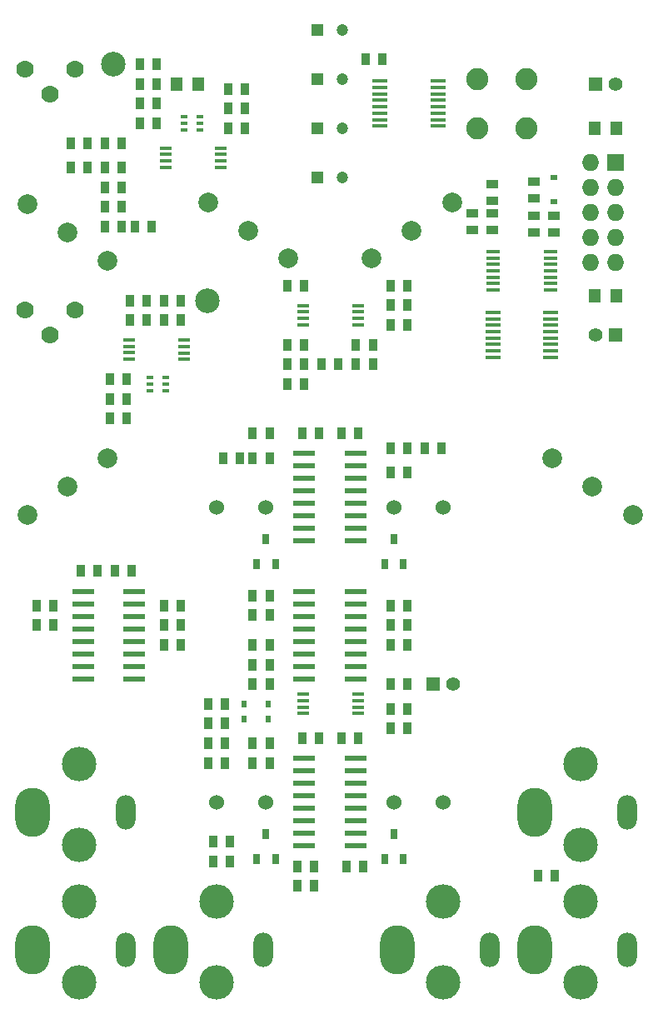
<source format=gbr>
%FSLAX46Y46*%
G04 Gerber Fmt 4.6, Leading zero omitted, Abs format (unit mm)*
G04 Created by KiCad (PCBNEW (2014-09-02 BZR 5112)-product) date 2015-05-06 10:35:48 PM*
%MOMM*%
G01*
G04 APERTURE LIST*
%ADD10C,0.100000*%
%ADD11R,0.812800X1.143000*%
%ADD12R,1.400000X1.400000*%
%ADD13C,1.400000*%
%ADD14R,1.143000X0.812800*%
%ADD15R,1.200000X1.200000*%
%ADD16C,1.200000*%
%ADD17R,0.609600X0.762000*%
%ADD18R,0.762000X0.609600*%
%ADD19R,1.727200X1.727200*%
%ADD20O,1.727200X1.727200*%
%ADD21R,0.701040X1.000760*%
%ADD22C,2.250000*%
%ADD23C,2.500000*%
%ADD24R,1.500000X0.450000*%
%ADD25R,1.450000X0.450000*%
%ADD26C,1.778000*%
%ADD27C,1.998980*%
%ADD28C,1.524000*%
%ADD29R,0.797560X0.398780*%
%ADD30R,1.300480X0.299720*%
%ADD31R,2.199640X0.599440*%
%ADD32R,1.143000X1.397000*%
%ADD33O,3.500000X5.000000*%
%ADD34O,2.000000X3.500000*%
%ADD35O,3.500000X3.500000*%
G04 APERTURE END LIST*
D10*
D11*
X41850900Y-47000000D03*
X40149100Y-47000000D03*
X22149100Y-50500000D03*
X23850900Y-50500000D03*
X52350900Y-41000000D03*
X50649100Y-41000000D03*
X47149100Y-45000000D03*
X48850900Y-45000000D03*
X35850900Y-21000000D03*
X34149100Y-21000000D03*
X32149100Y-83500000D03*
X33850900Y-83500000D03*
X38350900Y-79500000D03*
X36649100Y-79500000D03*
D12*
X55000000Y-79500000D03*
D13*
X57000000Y-79500000D03*
D11*
X52350900Y-84000000D03*
X50649100Y-84000000D03*
D14*
X59000000Y-31649100D03*
X59000000Y-33350900D03*
X67250000Y-31899100D03*
X67250000Y-33600900D03*
D12*
X73500000Y-44000000D03*
D13*
X71500000Y-44000000D03*
D12*
X71500000Y-18500000D03*
D13*
X73500000Y-18500000D03*
D15*
X43230000Y-13000000D03*
D16*
X45770000Y-13000000D03*
D15*
X43230000Y-18000000D03*
D16*
X45770000Y-18000000D03*
D15*
X43230000Y-23000000D03*
D16*
X45770000Y-23000000D03*
D15*
X43230000Y-28000000D03*
D16*
X45770000Y-28000000D03*
D17*
X38244600Y-81500000D03*
X35755400Y-81500000D03*
X35755400Y-83000000D03*
X38244600Y-83000000D03*
D18*
X67250000Y-28005400D03*
X67250000Y-30494600D03*
D19*
X73500000Y-26500000D03*
D20*
X70960000Y-26500000D03*
X73500000Y-29040000D03*
X70960000Y-29040000D03*
X73500000Y-31580000D03*
X70960000Y-31580000D03*
X73500000Y-34120000D03*
X70960000Y-34120000D03*
X73500000Y-36660000D03*
X70960000Y-36660000D03*
D21*
X51000000Y-64730000D03*
X50047500Y-67270000D03*
X51952500Y-67270000D03*
X38000000Y-64730000D03*
X37047500Y-67270000D03*
X38952500Y-67270000D03*
X38000000Y-94730000D03*
X37047500Y-97270000D03*
X38952500Y-97270000D03*
X51000000Y-94730000D03*
X50047500Y-97270000D03*
X51952500Y-97270000D03*
D11*
X24649100Y-33000000D03*
X26350900Y-33000000D03*
X21649100Y-31000000D03*
X23350900Y-31000000D03*
X21649100Y-29000000D03*
X23350900Y-29000000D03*
X21649100Y-27000000D03*
X23350900Y-27000000D03*
X19850900Y-27000000D03*
X18149100Y-27000000D03*
X19850900Y-24500000D03*
X18149100Y-24500000D03*
X40149100Y-39000000D03*
X41850900Y-39000000D03*
X40149100Y-49000000D03*
X41850900Y-49000000D03*
X27649100Y-42500000D03*
X29350900Y-42500000D03*
X21649100Y-33000000D03*
X23350900Y-33000000D03*
X25850900Y-42500000D03*
X24149100Y-42500000D03*
X27649100Y-40500000D03*
X29350900Y-40500000D03*
X23350900Y-24500000D03*
X21649100Y-24500000D03*
X41850900Y-45000000D03*
X40149100Y-45000000D03*
X25850900Y-40500000D03*
X24149100Y-40500000D03*
X26850900Y-22500000D03*
X25149100Y-22500000D03*
X26850900Y-20500000D03*
X25149100Y-20500000D03*
X45350900Y-47000000D03*
X43649100Y-47000000D03*
X23850900Y-52500000D03*
X22149100Y-52500000D03*
X23850900Y-48500000D03*
X22149100Y-48500000D03*
X48850900Y-47000000D03*
X47149100Y-47000000D03*
X26850900Y-18500000D03*
X25149100Y-18500000D03*
X50649100Y-39000000D03*
X52350900Y-39000000D03*
X26850900Y-16500000D03*
X25149100Y-16500000D03*
X52350900Y-43000000D03*
X50649100Y-43000000D03*
X34149100Y-19000000D03*
X35850900Y-19000000D03*
X34149100Y-23000000D03*
X35850900Y-23000000D03*
X50649100Y-55500000D03*
X52350900Y-55500000D03*
X52350900Y-58000000D03*
X50649100Y-58000000D03*
X24350900Y-68000000D03*
X22649100Y-68000000D03*
X47350900Y-54000000D03*
X45649100Y-54000000D03*
X33649100Y-56500000D03*
X35350900Y-56500000D03*
X27649100Y-71500000D03*
X29350900Y-71500000D03*
X27649100Y-73500000D03*
X29350900Y-73500000D03*
X29350900Y-75500000D03*
X27649100Y-75500000D03*
X38350900Y-56500000D03*
X36649100Y-56500000D03*
X36649100Y-54000000D03*
X38350900Y-54000000D03*
X41649100Y-54000000D03*
X43350900Y-54000000D03*
X38350900Y-70500000D03*
X36649100Y-70500000D03*
X48149100Y-16000000D03*
X49850900Y-16000000D03*
X38350900Y-72500000D03*
X36649100Y-72500000D03*
X55850900Y-55500000D03*
X54149100Y-55500000D03*
X38350900Y-75500000D03*
X36649100Y-75500000D03*
X33850900Y-85500000D03*
X32149100Y-85500000D03*
X36649100Y-77500000D03*
X38350900Y-77500000D03*
X50649100Y-79500000D03*
X52350900Y-79500000D03*
X38350900Y-85500000D03*
X36649100Y-85500000D03*
X32149100Y-81500000D03*
X33850900Y-81500000D03*
X32649100Y-95500000D03*
X34350900Y-95500000D03*
X52350900Y-82000000D03*
X50649100Y-82000000D03*
X36649100Y-87500000D03*
X38350900Y-87500000D03*
X32149100Y-87500000D03*
X33850900Y-87500000D03*
X67350900Y-99000000D03*
X65649100Y-99000000D03*
X19149100Y-68000000D03*
X20850900Y-68000000D03*
X41649100Y-85000000D03*
X43350900Y-85000000D03*
X34350900Y-97500000D03*
X32649100Y-97500000D03*
D14*
X61000000Y-31649100D03*
X61000000Y-33350900D03*
X65250000Y-33600900D03*
X65250000Y-31899100D03*
D11*
X16350900Y-73500000D03*
X14649100Y-73500000D03*
D14*
X65250000Y-30100900D03*
X65250000Y-28399100D03*
D11*
X14649100Y-71500000D03*
X16350900Y-71500000D03*
X42850900Y-98000000D03*
X41149100Y-98000000D03*
D14*
X61000000Y-30350900D03*
X61000000Y-28649100D03*
D11*
X41149100Y-100000000D03*
X42850900Y-100000000D03*
X47350900Y-85000000D03*
X45649100Y-85000000D03*
X46149100Y-98000000D03*
X47850900Y-98000000D03*
X50649100Y-75500000D03*
X52350900Y-75500000D03*
X50649100Y-71500000D03*
X52350900Y-71500000D03*
X50649100Y-73500000D03*
X52350900Y-73500000D03*
D22*
X59500000Y-18000000D03*
X64500000Y-18000000D03*
X64500000Y-23000000D03*
X59500000Y-23000000D03*
D23*
X32000000Y-40500000D03*
X22500000Y-16500000D03*
D24*
X49550000Y-22775000D03*
X49550000Y-22125000D03*
X49550000Y-21475000D03*
X49550000Y-20825000D03*
X49550000Y-20175000D03*
X49550000Y-19525000D03*
X49550000Y-18875000D03*
X49550000Y-18225000D03*
X55450000Y-18225000D03*
X55450000Y-18875000D03*
X55450000Y-19525000D03*
X55450000Y-20175000D03*
X55450000Y-20825000D03*
X55450000Y-21475000D03*
X55450000Y-22125000D03*
X55450000Y-22775000D03*
X66950000Y-41725000D03*
X66950000Y-42375000D03*
X66950000Y-43025000D03*
X66950000Y-43675000D03*
X66950000Y-44325000D03*
X66950000Y-44975000D03*
X66950000Y-45625000D03*
X66950000Y-46275000D03*
X61050000Y-46275000D03*
X61050000Y-45625000D03*
X61050000Y-44975000D03*
X61050000Y-44325000D03*
X61050000Y-43675000D03*
X61050000Y-43025000D03*
X61050000Y-42375000D03*
X61050000Y-41725000D03*
D25*
X66950000Y-35550000D03*
X66950000Y-36200000D03*
X66950000Y-36850000D03*
X66950000Y-37500000D03*
X66950000Y-38150000D03*
X66950000Y-38800000D03*
X66950000Y-39450000D03*
X61050000Y-39450000D03*
X61050000Y-38800000D03*
X61050000Y-38150000D03*
X61050000Y-37500000D03*
X61050000Y-36850000D03*
X61050000Y-36200000D03*
X61050000Y-35550000D03*
D26*
X13460000Y-17000000D03*
X16000000Y-19540000D03*
X18540000Y-17000000D03*
X13460000Y-41500000D03*
X16000000Y-44040000D03*
X18540000Y-41500000D03*
D27*
X17822777Y-33606433D03*
X21918537Y-36474315D03*
X13727017Y-30738551D03*
X36177223Y-33393567D03*
X32081463Y-30525685D03*
X40272983Y-36261449D03*
X17822777Y-59393567D03*
X13727017Y-62261449D03*
X21918537Y-56525685D03*
X71177223Y-59393567D03*
X67081463Y-56525685D03*
X75272983Y-62261449D03*
X52822777Y-33393567D03*
X48727017Y-36261449D03*
X56918537Y-30525685D03*
D28*
X51000000Y-91500000D03*
X56000000Y-91500000D03*
X38000000Y-91500000D03*
X33000000Y-91500000D03*
X38000000Y-61500000D03*
X33000000Y-61500000D03*
X51000000Y-61500000D03*
X56000000Y-61500000D03*
D29*
X27797560Y-48352300D03*
X27797560Y-49000000D03*
X27797560Y-49647700D03*
X26202440Y-49647700D03*
X26202440Y-49000000D03*
X26202440Y-48352300D03*
X29702440Y-23147700D03*
X29702440Y-22500000D03*
X29702440Y-21852300D03*
X31297560Y-21852300D03*
X31297560Y-22500000D03*
X31297560Y-23147700D03*
D30*
X41806000Y-82455400D03*
X41806000Y-81820400D03*
X41806000Y-81160000D03*
X41806000Y-80525000D03*
X47394000Y-80525000D03*
X47394000Y-81172700D03*
X47394000Y-81820400D03*
X47394000Y-82468100D03*
X41806000Y-42955400D03*
X41806000Y-42320400D03*
X41806000Y-41660000D03*
X41806000Y-41025000D03*
X47394000Y-41025000D03*
X47394000Y-41672700D03*
X47394000Y-42320400D03*
X47394000Y-42968100D03*
X29694000Y-44544600D03*
X29694000Y-45179600D03*
X29694000Y-45840000D03*
X29694000Y-46475000D03*
X24106000Y-46475000D03*
X24106000Y-45827300D03*
X24106000Y-45179600D03*
X24106000Y-44531900D03*
X27806000Y-26955400D03*
X27806000Y-26320400D03*
X27806000Y-25660000D03*
X27806000Y-25025000D03*
X33394000Y-25025000D03*
X33394000Y-25672700D03*
X33394000Y-26320400D03*
X33394000Y-26968100D03*
D31*
X47098420Y-56055000D03*
X47098420Y-57325000D03*
X47098420Y-58595000D03*
X47098420Y-59865000D03*
X47098420Y-61135000D03*
X47098420Y-62405000D03*
X47098420Y-63675000D03*
X47098420Y-64945000D03*
X41901580Y-64945000D03*
X41901580Y-63675000D03*
X41901580Y-62405000D03*
X41901580Y-61135000D03*
X41901580Y-59865000D03*
X41901580Y-58595000D03*
X41901580Y-57325000D03*
X41901580Y-56055000D03*
X24598420Y-70055000D03*
X24598420Y-71325000D03*
X24598420Y-72595000D03*
X24598420Y-73865000D03*
X24598420Y-75135000D03*
X24598420Y-76405000D03*
X24598420Y-77675000D03*
X24598420Y-78945000D03*
X19401580Y-78945000D03*
X19401580Y-77675000D03*
X19401580Y-76405000D03*
X19401580Y-75135000D03*
X19401580Y-73865000D03*
X19401580Y-72595000D03*
X19401580Y-71325000D03*
X19401580Y-70055000D03*
X47098420Y-87055000D03*
X47098420Y-88325000D03*
X47098420Y-89595000D03*
X47098420Y-90865000D03*
X47098420Y-92135000D03*
X47098420Y-93405000D03*
X47098420Y-94675000D03*
X47098420Y-95945000D03*
X41901580Y-95945000D03*
X41901580Y-94675000D03*
X41901580Y-93405000D03*
X41901580Y-92135000D03*
X41901580Y-90865000D03*
X41901580Y-89595000D03*
X41901580Y-88325000D03*
X41901580Y-87055000D03*
X41901580Y-78945000D03*
X41901580Y-77675000D03*
X41901580Y-76405000D03*
X41901580Y-75135000D03*
X41901580Y-73865000D03*
X41901580Y-72595000D03*
X41901580Y-71325000D03*
X41901580Y-70055000D03*
X47098420Y-70055000D03*
X47098420Y-71325000D03*
X47098420Y-72595000D03*
X47098420Y-73865000D03*
X47098420Y-75135000D03*
X47098420Y-76405000D03*
X47098420Y-77675000D03*
X47098420Y-78945000D03*
D32*
X28920500Y-18500000D03*
X31079500Y-18500000D03*
X73579500Y-23000000D03*
X71420500Y-23000000D03*
X73579500Y-40000000D03*
X71420500Y-40000000D03*
D33*
X65300000Y-106500000D03*
D34*
X74700000Y-106500000D03*
D35*
X70000000Y-101600000D03*
X70000000Y-109800000D03*
D33*
X28300000Y-106500000D03*
D34*
X37700000Y-106500000D03*
D35*
X33000000Y-101600000D03*
X33000000Y-109800000D03*
D33*
X51300000Y-106500000D03*
D34*
X60700000Y-106500000D03*
D35*
X56000000Y-101600000D03*
X56000000Y-109800000D03*
D33*
X65300000Y-92500000D03*
D34*
X74700000Y-92500000D03*
D35*
X70000000Y-87600000D03*
X70000000Y-95800000D03*
D33*
X14300000Y-92500000D03*
D34*
X23700000Y-92500000D03*
D35*
X19000000Y-87600000D03*
X19000000Y-95800000D03*
D33*
X14300000Y-106500000D03*
D34*
X23700000Y-106500000D03*
D35*
X19000000Y-101600000D03*
X19000000Y-109800000D03*
M02*

</source>
